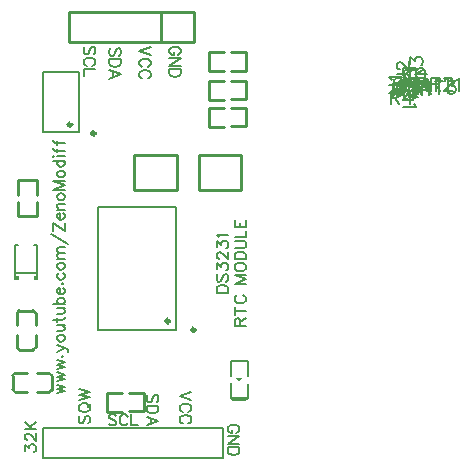
<source format=gto>
G04 Layer: TopSilkLayer*
G04 EasyEDA v6.4.25, 2022-01-11T00:03:50+05:30*
G04 e79d8a0691a342feb3cd135c88b6c30b,bb4acb9064584a23a31515f2769df67a,10*
G04 Gerber Generator version 0.2*
G04 Scale: 100 percent, Rotated: No, Reflected: No *
G04 Dimensions in millimeters *
G04 leading zeros omitted , absolute positions ,4 integer and 5 decimal *
%FSLAX45Y45*%
%MOMM*%

%ADD10C,0.2540*%
%ADD24C,0.1524*%
%ADD25C,0.2032*%
%ADD26C,0.2030*%
%ADD27C,0.1500*%
%ADD28C,0.3000*%

%LPD*%
D25*
X1175512Y4267200D02*
G01*
X1239265Y4285487D01*
X1175512Y4303521D02*
G01*
X1239265Y4285487D01*
X1175512Y4303521D02*
G01*
X1239265Y4321810D01*
X1175512Y4339844D02*
G01*
X1239265Y4321810D01*
X1175512Y4369815D02*
G01*
X1239265Y4388104D01*
X1175512Y4406392D02*
G01*
X1239265Y4388104D01*
X1175512Y4406392D02*
G01*
X1239265Y4424426D01*
X1175512Y4442713D02*
G01*
X1239265Y4424426D01*
X1175512Y4472686D02*
G01*
X1239265Y4490720D01*
X1175512Y4509007D02*
G01*
X1239265Y4490720D01*
X1175512Y4509007D02*
G01*
X1239265Y4527295D01*
X1175512Y4545329D02*
G01*
X1239265Y4527295D01*
X1216405Y4579873D02*
G01*
X1220978Y4575302D01*
X1225550Y4579873D01*
X1220978Y4584445D01*
X1216405Y4579873D01*
X1175512Y4618989D02*
G01*
X1239265Y4646168D01*
X1175512Y4673600D02*
G01*
X1239265Y4646168D01*
X1257300Y4637278D01*
X1266444Y4628134D01*
X1271015Y4618989D01*
X1271015Y4614418D01*
X1175512Y4726178D02*
G01*
X1180084Y4717287D01*
X1189228Y4708144D01*
X1202689Y4703571D01*
X1211834Y4703571D01*
X1225550Y4708144D01*
X1234694Y4717287D01*
X1239265Y4726178D01*
X1239265Y4739894D01*
X1234694Y4749037D01*
X1225550Y4758181D01*
X1211834Y4762754D01*
X1202689Y4762754D01*
X1189228Y4758181D01*
X1180084Y4749037D01*
X1175512Y4739894D01*
X1175512Y4726178D01*
X1175512Y4792726D02*
G01*
X1220978Y4792726D01*
X1234694Y4797297D01*
X1239265Y4806187D01*
X1239265Y4819904D01*
X1234694Y4829047D01*
X1220978Y4842763D01*
X1175512Y4842763D02*
G01*
X1239265Y4842763D01*
X1143762Y4886197D02*
G01*
X1220978Y4886197D01*
X1234694Y4890770D01*
X1239265Y4899913D01*
X1239265Y4909057D01*
X1175512Y4872736D02*
G01*
X1175512Y4904486D01*
X1175512Y4939029D02*
G01*
X1220978Y4939029D01*
X1234694Y4943602D01*
X1239265Y4952745D01*
X1239265Y4966207D01*
X1234694Y4975352D01*
X1220978Y4989068D01*
X1175512Y4989068D02*
G01*
X1239265Y4989068D01*
X1143762Y5019039D02*
G01*
X1239265Y5019039D01*
X1189228Y5019039D02*
G01*
X1180084Y5028184D01*
X1175512Y5037073D01*
X1175512Y5050789D01*
X1180084Y5059934D01*
X1189228Y5069078D01*
X1202689Y5073650D01*
X1211834Y5073650D01*
X1225550Y5069078D01*
X1234694Y5059934D01*
X1239265Y5050789D01*
X1239265Y5037073D01*
X1234694Y5028184D01*
X1225550Y5019039D01*
X1202689Y5103621D02*
G01*
X1202689Y5158231D01*
X1193800Y5158231D01*
X1184655Y5153660D01*
X1180084Y5149087D01*
X1175512Y5139944D01*
X1175512Y5126228D01*
X1180084Y5117084D01*
X1189228Y5108194D01*
X1202689Y5103621D01*
X1211834Y5103621D01*
X1225550Y5108194D01*
X1234694Y5117084D01*
X1239265Y5126228D01*
X1239265Y5139944D01*
X1234694Y5149087D01*
X1225550Y5158231D01*
X1216405Y5192776D02*
G01*
X1220978Y5188204D01*
X1225550Y5192776D01*
X1220978Y5197094D01*
X1216405Y5192776D01*
X1189228Y5281676D02*
G01*
X1180084Y5272531D01*
X1175512Y5263642D01*
X1175512Y5249926D01*
X1180084Y5240781D01*
X1189228Y5231637D01*
X1202689Y5227320D01*
X1211834Y5227320D01*
X1225550Y5231637D01*
X1234694Y5240781D01*
X1239265Y5249926D01*
X1239265Y5263642D01*
X1234694Y5272531D01*
X1225550Y5281676D01*
X1175512Y5334507D02*
G01*
X1180084Y5325363D01*
X1189228Y5316220D01*
X1202689Y5311647D01*
X1211834Y5311647D01*
X1225550Y5316220D01*
X1234694Y5325363D01*
X1239265Y5334507D01*
X1239265Y5348223D01*
X1234694Y5357113D01*
X1225550Y5366257D01*
X1211834Y5370829D01*
X1202689Y5370829D01*
X1189228Y5366257D01*
X1180084Y5357113D01*
X1175512Y5348223D01*
X1175512Y5334507D01*
X1175512Y5400802D02*
G01*
X1239265Y5400802D01*
X1193800Y5400802D02*
G01*
X1180084Y5414518D01*
X1175512Y5423662D01*
X1175512Y5437123D01*
X1180084Y5446268D01*
X1193800Y5450839D01*
X1239265Y5450839D01*
X1193800Y5450839D02*
G01*
X1180084Y5464555D01*
X1175512Y5473445D01*
X1175512Y5487162D01*
X1180084Y5496305D01*
X1193800Y5500878D01*
X1239265Y5500878D01*
X1125473Y5612637D02*
G01*
X1271015Y5530850D01*
X1143762Y5706363D02*
G01*
X1239265Y5642610D01*
X1143762Y5642610D02*
G01*
X1143762Y5706363D01*
X1239265Y5642610D02*
G01*
X1239265Y5706363D01*
X1202689Y5736336D02*
G01*
X1202689Y5790945D01*
X1193800Y5790945D01*
X1184655Y5786373D01*
X1180084Y5781802D01*
X1175512Y5772657D01*
X1175512Y5758942D01*
X1180084Y5750052D01*
X1189228Y5740907D01*
X1202689Y5736336D01*
X1211834Y5736336D01*
X1225550Y5740907D01*
X1234694Y5750052D01*
X1239265Y5758942D01*
X1239265Y5772657D01*
X1234694Y5781802D01*
X1225550Y5790945D01*
X1175512Y5820918D02*
G01*
X1239265Y5820918D01*
X1193800Y5820918D02*
G01*
X1180084Y5834379D01*
X1175512Y5843523D01*
X1175512Y5857239D01*
X1180084Y5866384D01*
X1193800Y5870955D01*
X1239265Y5870955D01*
X1175512Y5923534D02*
G01*
X1180084Y5914389D01*
X1189228Y5905500D01*
X1202689Y5900928D01*
X1211834Y5900928D01*
X1225550Y5905500D01*
X1234694Y5914389D01*
X1239265Y5923534D01*
X1239265Y5937250D01*
X1234694Y5946394D01*
X1225550Y5955284D01*
X1211834Y5959855D01*
X1202689Y5959855D01*
X1189228Y5955284D01*
X1180084Y5946394D01*
X1175512Y5937250D01*
X1175512Y5923534D01*
X1143762Y5989828D02*
G01*
X1239265Y5989828D01*
X1143762Y5989828D02*
G01*
X1239265Y6026404D01*
X1143762Y6062726D02*
G01*
X1239265Y6026404D01*
X1143762Y6062726D02*
G01*
X1239265Y6062726D01*
X1175512Y6115304D02*
G01*
X1180084Y6106413D01*
X1189228Y6097270D01*
X1202689Y6092697D01*
X1211834Y6092697D01*
X1225550Y6097270D01*
X1234694Y6106413D01*
X1239265Y6115304D01*
X1239265Y6129020D01*
X1234694Y6138163D01*
X1225550Y6147307D01*
X1211834Y6151626D01*
X1202689Y6151626D01*
X1189228Y6147307D01*
X1180084Y6138163D01*
X1175512Y6129020D01*
X1175512Y6115304D01*
X1143762Y6236207D02*
G01*
X1239265Y6236207D01*
X1189228Y6236207D02*
G01*
X1180084Y6227318D01*
X1175512Y6218173D01*
X1175512Y6204457D01*
X1180084Y6195313D01*
X1189228Y6186170D01*
X1202689Y6181852D01*
X1211834Y6181852D01*
X1225550Y6186170D01*
X1234694Y6195313D01*
X1239265Y6204457D01*
X1239265Y6218173D01*
X1234694Y6227318D01*
X1225550Y6236207D01*
X1143762Y6266179D02*
G01*
X1148334Y6270752D01*
X1143762Y6275323D01*
X1139189Y6270752D01*
X1143762Y6266179D01*
X1175512Y6270752D02*
G01*
X1239265Y6270752D01*
X1143762Y6341871D02*
G01*
X1143762Y6332728D01*
X1148334Y6323584D01*
X1161795Y6319012D01*
X1239265Y6319012D01*
X1175512Y6305295D02*
G01*
X1175512Y6337300D01*
X1143762Y6408165D02*
G01*
X1143762Y6399021D01*
X1148334Y6389878D01*
X1161795Y6385305D01*
X1239265Y6385305D01*
X1175512Y6371844D02*
G01*
X1175512Y6403594D01*
X2528061Y5118100D02*
G01*
X2623565Y5118100D01*
X2528061Y5118100D02*
G01*
X2528061Y5149850D01*
X2532634Y5163565D01*
X2541524Y5172710D01*
X2550668Y5177281D01*
X2564384Y5181854D01*
X2586990Y5181854D01*
X2600706Y5177281D01*
X2609850Y5172710D01*
X2618993Y5163565D01*
X2623565Y5149850D01*
X2623565Y5118100D01*
X2541524Y5275326D02*
G01*
X2532634Y5266181D01*
X2528061Y5252720D01*
X2528061Y5234431D01*
X2532634Y5220715D01*
X2541524Y5211826D01*
X2550668Y5211826D01*
X2559811Y5216397D01*
X2564384Y5220715D01*
X2568956Y5229860D01*
X2578100Y5257292D01*
X2582418Y5266181D01*
X2586990Y5270754D01*
X2596134Y5275326D01*
X2609850Y5275326D01*
X2618993Y5266181D01*
X2623565Y5252720D01*
X2623565Y5234431D01*
X2618993Y5220715D01*
X2609850Y5211826D01*
X2528061Y5314442D02*
G01*
X2528061Y5364479D01*
X2564384Y5337302D01*
X2564384Y5350763D01*
X2568956Y5359907D01*
X2573527Y5364479D01*
X2586990Y5369052D01*
X2596134Y5369052D01*
X2609850Y5364479D01*
X2618993Y5355336D01*
X2623565Y5341620D01*
X2623565Y5328157D01*
X2618993Y5314442D01*
X2614422Y5309870D01*
X2605277Y5305297D01*
X2550668Y5403595D02*
G01*
X2546095Y5403595D01*
X2537206Y5408168D01*
X2532634Y5412739D01*
X2528061Y5421629D01*
X2528061Y5439918D01*
X2532634Y5449062D01*
X2537206Y5453634D01*
X2546095Y5458205D01*
X2555240Y5458205D01*
X2564384Y5453634D01*
X2578100Y5444489D01*
X2623565Y5399023D01*
X2623565Y5462523D01*
X2528061Y5501639D02*
G01*
X2528061Y5551678D01*
X2564384Y5524500D01*
X2564384Y5538215D01*
X2568956Y5547105D01*
X2573527Y5551678D01*
X2586990Y5556250D01*
X2596134Y5556250D01*
X2609850Y5551678D01*
X2618993Y5542534D01*
X2623565Y5529071D01*
X2623565Y5515355D01*
X2618993Y5501639D01*
X2614422Y5497068D01*
X2605277Y5492750D01*
X2546095Y5586221D02*
G01*
X2541524Y5595365D01*
X2528061Y5609081D01*
X2623565Y5609081D01*
X2680461Y4838700D02*
G01*
X2775965Y4838700D01*
X2680461Y4838700D02*
G01*
X2680461Y4879594D01*
X2685034Y4893310D01*
X2689606Y4897881D01*
X2698495Y4902454D01*
X2707640Y4902454D01*
X2716784Y4897881D01*
X2721356Y4893310D01*
X2725927Y4879594D01*
X2725927Y4838700D01*
X2725927Y4870450D02*
G01*
X2775965Y4902454D01*
X2680461Y4964176D02*
G01*
X2775965Y4964176D01*
X2680461Y4932426D02*
G01*
X2680461Y4995926D01*
X2703068Y5094223D02*
G01*
X2693924Y5089652D01*
X2685034Y5080507D01*
X2680461Y5071363D01*
X2680461Y5053329D01*
X2685034Y5044186D01*
X2693924Y5035042D01*
X2703068Y5030470D01*
X2716784Y5025897D01*
X2739390Y5025897D01*
X2753106Y5030470D01*
X2762250Y5035042D01*
X2771393Y5044186D01*
X2775965Y5053329D01*
X2775965Y5071363D01*
X2771393Y5080507D01*
X2762250Y5089652D01*
X2753106Y5094223D01*
X2680461Y5194045D02*
G01*
X2775965Y5194045D01*
X2680461Y5194045D02*
G01*
X2775965Y5230621D01*
X2680461Y5266944D02*
G01*
X2775965Y5230621D01*
X2680461Y5266944D02*
G01*
X2775965Y5266944D01*
X2680461Y5324094D02*
G01*
X2685034Y5314950D01*
X2693924Y5306060D01*
X2703068Y5301487D01*
X2716784Y5296915D01*
X2739390Y5296915D01*
X2753106Y5301487D01*
X2762250Y5306060D01*
X2771393Y5314950D01*
X2775965Y5324094D01*
X2775965Y5342381D01*
X2771393Y5351526D01*
X2762250Y5360415D01*
X2753106Y5364987D01*
X2739390Y5369560D01*
X2716784Y5369560D01*
X2703068Y5364987D01*
X2693924Y5360415D01*
X2685034Y5351526D01*
X2680461Y5342381D01*
X2680461Y5324094D01*
X2680461Y5399531D02*
G01*
X2775965Y5399531D01*
X2680461Y5399531D02*
G01*
X2680461Y5431536D01*
X2685034Y5444997D01*
X2693924Y5454142D01*
X2703068Y5458713D01*
X2716784Y5463286D01*
X2739390Y5463286D01*
X2753106Y5458713D01*
X2762250Y5454142D01*
X2771393Y5444997D01*
X2775965Y5431536D01*
X2775965Y5399531D01*
X2680461Y5493257D02*
G01*
X2748534Y5493257D01*
X2762250Y5497829D01*
X2771393Y5506973D01*
X2775965Y5520436D01*
X2775965Y5529579D01*
X2771393Y5543295D01*
X2762250Y5552439D01*
X2748534Y5556757D01*
X2680461Y5556757D01*
X2680461Y5586984D02*
G01*
X2775965Y5586984D01*
X2775965Y5586984D02*
G01*
X2775965Y5641339D01*
X2680461Y5671312D02*
G01*
X2775965Y5671312D01*
X2680461Y5671312D02*
G01*
X2680461Y5730494D01*
X2725927Y5671312D02*
G01*
X2725927Y5707887D01*
X2775965Y5671312D02*
G01*
X2775965Y5730494D01*
X1484376Y7137145D02*
G01*
X1493265Y7146289D01*
X1497837Y7160005D01*
X1497837Y7178294D01*
X1493265Y7191755D01*
X1484376Y7200900D01*
X1475231Y7200900D01*
X1466087Y7196328D01*
X1461515Y7191755D01*
X1456944Y7182612D01*
X1447800Y7155434D01*
X1443481Y7146289D01*
X1438910Y7141718D01*
X1429765Y7137145D01*
X1416050Y7137145D01*
X1406905Y7146289D01*
X1402334Y7160005D01*
X1402334Y7178294D01*
X1406905Y7191755D01*
X1416050Y7200900D01*
X1475231Y7039102D02*
G01*
X1484376Y7043673D01*
X1493265Y7052818D01*
X1497837Y7061708D01*
X1497837Y7079995D01*
X1493265Y7089139D01*
X1484376Y7098284D01*
X1475231Y7102602D01*
X1461515Y7107173D01*
X1438910Y7107173D01*
X1425194Y7102602D01*
X1416050Y7098284D01*
X1406905Y7089139D01*
X1402334Y7079995D01*
X1402334Y7061708D01*
X1406905Y7052818D01*
X1416050Y7043673D01*
X1425194Y7039102D01*
X1497837Y7009129D02*
G01*
X1402334Y7009129D01*
X1402334Y7009129D02*
G01*
X1402334Y6954520D01*
X1700276Y7124445D02*
G01*
X1709165Y7133589D01*
X1713737Y7147305D01*
X1713737Y7165594D01*
X1709165Y7179055D01*
X1700276Y7188200D01*
X1691131Y7188200D01*
X1681987Y7183628D01*
X1677415Y7179055D01*
X1672844Y7169912D01*
X1663700Y7142734D01*
X1659381Y7133589D01*
X1654810Y7129018D01*
X1645665Y7124445D01*
X1631950Y7124445D01*
X1622805Y7133589D01*
X1618234Y7147305D01*
X1618234Y7165594D01*
X1622805Y7179055D01*
X1631950Y7188200D01*
X1713737Y7094473D02*
G01*
X1618234Y7094473D01*
X1713737Y7094473D02*
G01*
X1713737Y7062723D01*
X1709165Y7049008D01*
X1700276Y7040118D01*
X1691131Y7035545D01*
X1677415Y7030973D01*
X1654810Y7030973D01*
X1641094Y7035545D01*
X1631950Y7040118D01*
X1622805Y7049008D01*
X1618234Y7062723D01*
X1618234Y7094473D01*
X1713737Y6964679D02*
G01*
X1618234Y7001002D01*
X1713737Y6964679D02*
G01*
X1618234Y6928104D01*
X1650237Y6987286D02*
G01*
X1650237Y6941820D01*
X1967738Y7200900D02*
G01*
X1872234Y7164578D01*
X1967738Y7128255D02*
G01*
X1872234Y7164578D01*
X1945131Y7029958D02*
G01*
X1954275Y7034529D01*
X1963165Y7043673D01*
X1967738Y7052818D01*
X1967738Y7070852D01*
X1963165Y7079995D01*
X1954275Y7089139D01*
X1945131Y7093712D01*
X1931415Y7098284D01*
X1908810Y7098284D01*
X1895094Y7093712D01*
X1885950Y7089139D01*
X1876805Y7079995D01*
X1872234Y7070852D01*
X1872234Y7052818D01*
X1876805Y7043673D01*
X1885950Y7034529D01*
X1895094Y7029958D01*
X1945131Y6931913D02*
G01*
X1954275Y6936231D01*
X1963165Y6945376D01*
X1967738Y6954520D01*
X1967738Y6972808D01*
X1963165Y6981697D01*
X1954275Y6990842D01*
X1945131Y6995413D01*
X1931415Y6999986D01*
X1908810Y6999986D01*
X1895094Y6995413D01*
X1885950Y6990842D01*
X1876805Y6981697D01*
X1872234Y6972808D01*
X1872234Y6954520D01*
X1876805Y6945376D01*
X1885950Y6936231D01*
X1895094Y6931913D01*
X2199131Y7132828D02*
G01*
X2208275Y7137145D01*
X2217165Y7146289D01*
X2221738Y7155434D01*
X2221738Y7173721D01*
X2217165Y7182612D01*
X2208275Y7191755D01*
X2199131Y7196328D01*
X2185415Y7200900D01*
X2162809Y7200900D01*
X2149093Y7196328D01*
X2139950Y7191755D01*
X2130806Y7182612D01*
X2126234Y7173721D01*
X2126234Y7155434D01*
X2130806Y7146289D01*
X2139950Y7137145D01*
X2149093Y7132828D01*
X2162809Y7132828D01*
X2162809Y7155434D02*
G01*
X2162809Y7132828D01*
X2221738Y7102602D02*
G01*
X2126234Y7102602D01*
X2221738Y7102602D02*
G01*
X2126234Y7039102D01*
X2221738Y7039102D02*
G01*
X2126234Y7039102D01*
X2221738Y7009129D02*
G01*
X2126234Y7009129D01*
X2221738Y7009129D02*
G01*
X2221738Y6977379D01*
X2217165Y6963663D01*
X2208275Y6954520D01*
X2199131Y6949947D01*
X2185415Y6945376D01*
X2162809Y6945376D01*
X2149093Y6949947D01*
X2139950Y6954520D01*
X2130806Y6963663D01*
X2126234Y6977379D01*
X2126234Y7009129D01*
X2694431Y3932428D02*
G01*
X2703575Y3936745D01*
X2712465Y3945889D01*
X2717038Y3955034D01*
X2717038Y3973321D01*
X2712465Y3982212D01*
X2703575Y3991355D01*
X2694431Y3995928D01*
X2680715Y4000500D01*
X2658109Y4000500D01*
X2644393Y3995928D01*
X2635250Y3991355D01*
X2626106Y3982212D01*
X2621534Y3973321D01*
X2621534Y3955034D01*
X2626106Y3945889D01*
X2635250Y3936745D01*
X2644393Y3932428D01*
X2658109Y3932428D01*
X2658109Y3955034D02*
G01*
X2658109Y3932428D01*
X2717038Y3902202D02*
G01*
X2621534Y3902202D01*
X2717038Y3902202D02*
G01*
X2621534Y3838702D01*
X2717038Y3838702D02*
G01*
X2621534Y3838702D01*
X2717038Y3808729D02*
G01*
X2621534Y3808729D01*
X2717038Y3808729D02*
G01*
X2717038Y3776979D01*
X2712465Y3763263D01*
X2703575Y3754120D01*
X2694431Y3749547D01*
X2680715Y3744976D01*
X2658109Y3744976D01*
X2644393Y3749547D01*
X2635250Y3754120D01*
X2626106Y3763263D01*
X2621534Y3776979D01*
X2621534Y3808729D01*
X2310638Y4279900D02*
G01*
X2215134Y4243578D01*
X2310638Y4207255D02*
G01*
X2215134Y4243578D01*
X2288031Y4108957D02*
G01*
X2297175Y4113529D01*
X2306065Y4122673D01*
X2310638Y4131818D01*
X2310638Y4149852D01*
X2306065Y4158995D01*
X2297175Y4168139D01*
X2288031Y4172712D01*
X2274315Y4177284D01*
X2251709Y4177284D01*
X2237993Y4172712D01*
X2228850Y4168139D01*
X2219706Y4158995D01*
X2215134Y4149852D01*
X2215134Y4131818D01*
X2219706Y4122673D01*
X2228850Y4113529D01*
X2237993Y4108957D01*
X2288031Y4010913D02*
G01*
X2297175Y4015231D01*
X2306065Y4024376D01*
X2310638Y4033520D01*
X2310638Y4051807D01*
X2306065Y4060697D01*
X2297175Y4069842D01*
X2288031Y4074413D01*
X2274315Y4078986D01*
X2251709Y4078986D01*
X2237993Y4074413D01*
X2228850Y4069842D01*
X2219706Y4060697D01*
X2215134Y4051807D01*
X2215134Y4033520D01*
X2219706Y4024376D01*
X2228850Y4015231D01*
X2237993Y4010913D01*
X2017775Y4190745D02*
G01*
X2026665Y4199889D01*
X2031238Y4213605D01*
X2031238Y4231894D01*
X2026665Y4245355D01*
X2017775Y4254500D01*
X2008631Y4254500D01*
X1999488Y4249928D01*
X1994915Y4245355D01*
X1990343Y4236212D01*
X1981200Y4209034D01*
X1976881Y4199889D01*
X1972309Y4195318D01*
X1963165Y4190745D01*
X1949450Y4190745D01*
X1940306Y4199889D01*
X1935734Y4213605D01*
X1935734Y4231894D01*
X1940306Y4245355D01*
X1949450Y4254500D01*
X2031238Y4160773D02*
G01*
X1935734Y4160773D01*
X2031238Y4160773D02*
G01*
X2031238Y4129023D01*
X2026665Y4115307D01*
X2017775Y4106418D01*
X2008631Y4101845D01*
X1994915Y4097273D01*
X1972309Y4097273D01*
X1958593Y4101845D01*
X1949450Y4106418D01*
X1940306Y4115307D01*
X1935734Y4129023D01*
X1935734Y4160773D01*
X2031238Y4030979D02*
G01*
X1935734Y4067302D01*
X2031238Y4030979D02*
G01*
X1935734Y3994404D01*
X1967738Y4053586D02*
G01*
X1967738Y4008120D01*
X1373123Y4076954D02*
G01*
X1364234Y4067810D01*
X1359662Y4054094D01*
X1359662Y4035805D01*
X1364234Y4022344D01*
X1373123Y4013200D01*
X1382268Y4013200D01*
X1391412Y4017771D01*
X1395984Y4022344D01*
X1400555Y4031487D01*
X1409700Y4058665D01*
X1414018Y4067810D01*
X1418589Y4072381D01*
X1427734Y4076954D01*
X1441450Y4076954D01*
X1450594Y4067810D01*
X1455165Y4054094D01*
X1455165Y4035805D01*
X1450594Y4022344D01*
X1441450Y4013200D01*
X1359662Y4134104D02*
G01*
X1364234Y4124960D01*
X1373123Y4115815D01*
X1382268Y4111497D01*
X1395984Y4106926D01*
X1418589Y4106926D01*
X1432305Y4111497D01*
X1441450Y4115815D01*
X1450594Y4124960D01*
X1455165Y4134104D01*
X1455165Y4152392D01*
X1450594Y4161281D01*
X1441450Y4170426D01*
X1432305Y4174997D01*
X1418589Y4179570D01*
X1395984Y4179570D01*
X1382268Y4174997D01*
X1373123Y4170426D01*
X1364234Y4161281D01*
X1359662Y4152392D01*
X1359662Y4134104D01*
X1436878Y4147820D02*
G01*
X1464055Y4174997D01*
X1359662Y4209542D02*
G01*
X1455165Y4232402D01*
X1359662Y4255007D02*
G01*
X1455165Y4232402D01*
X1359662Y4255007D02*
G01*
X1455165Y4277868D01*
X1359662Y4300473D02*
G01*
X1455165Y4277868D01*
X1676654Y4075176D02*
G01*
X1667510Y4084065D01*
X1653794Y4088637D01*
X1635505Y4088637D01*
X1622044Y4084065D01*
X1612900Y4075176D01*
X1612900Y4066031D01*
X1617471Y4056887D01*
X1622044Y4052315D01*
X1631187Y4047744D01*
X1658365Y4038600D01*
X1667510Y4034281D01*
X1672081Y4029710D01*
X1676654Y4020565D01*
X1676654Y4006850D01*
X1667510Y3997705D01*
X1653794Y3993134D01*
X1635505Y3993134D01*
X1622044Y3997705D01*
X1612900Y4006850D01*
X1774697Y4066031D02*
G01*
X1770126Y4075176D01*
X1760981Y4084065D01*
X1752092Y4088637D01*
X1733804Y4088637D01*
X1724660Y4084065D01*
X1715515Y4075176D01*
X1711197Y4066031D01*
X1706626Y4052315D01*
X1706626Y4029710D01*
X1711197Y4015994D01*
X1715515Y4006850D01*
X1724660Y3997705D01*
X1733804Y3993134D01*
X1752092Y3993134D01*
X1760981Y3997705D01*
X1770126Y4006850D01*
X1774697Y4015994D01*
X1804670Y4088637D02*
G01*
X1804670Y3993134D01*
X1804670Y3993134D02*
G01*
X1859279Y3993134D01*
X902462Y3781044D02*
G01*
X902462Y3831081D01*
X938784Y3803650D01*
X938784Y3817365D01*
X943355Y3826510D01*
X947928Y3831081D01*
X961389Y3835654D01*
X970534Y3835654D01*
X984250Y3831081D01*
X993394Y3821937D01*
X997965Y3808221D01*
X997965Y3794505D01*
X993394Y3781044D01*
X988821Y3776471D01*
X979678Y3771900D01*
X925068Y3870197D02*
G01*
X920495Y3870197D01*
X911605Y3874515D01*
X907034Y3879087D01*
X902462Y3888231D01*
X902462Y3906520D01*
X907034Y3915410D01*
X911605Y3919981D01*
X920495Y3924554D01*
X929639Y3924554D01*
X938784Y3919981D01*
X952500Y3911092D01*
X997965Y3865626D01*
X997965Y3929126D01*
X902462Y3959097D02*
G01*
X997965Y3959097D01*
X902462Y4022852D02*
G01*
X965962Y3959097D01*
X943355Y3981957D02*
G01*
X997965Y4022852D01*
D24*
X4191508Y6932421D02*
G01*
X4201922Y6937755D01*
X4212336Y6948170D01*
X4217415Y6958329D01*
X4217415Y6979158D01*
X4212336Y6989571D01*
X4201922Y6999986D01*
X4191508Y7005320D01*
X4175759Y7010400D01*
X4149852Y7010400D01*
X4134358Y7005320D01*
X4123943Y6999986D01*
X4113529Y6989571D01*
X4108450Y6979158D01*
X4108450Y6958329D01*
X4113529Y6948170D01*
X4123943Y6937755D01*
X4134358Y6932421D01*
X4196588Y6898131D02*
G01*
X4201922Y6887718D01*
X4217415Y6872223D01*
X4108450Y6872223D01*
X4214622Y6933692D02*
G01*
X4219956Y6923278D01*
X4230370Y6912863D01*
X4240529Y6907784D01*
X4261358Y6907784D01*
X4271772Y6912863D01*
X4282186Y6923278D01*
X4287520Y6933692D01*
X4292600Y6949439D01*
X4292600Y6975347D01*
X4287520Y6990842D01*
X4282186Y7001255D01*
X4271772Y7011670D01*
X4261358Y7016750D01*
X4240529Y7016750D01*
X4230370Y7011670D01*
X4219956Y7001255D01*
X4214622Y6990842D01*
X4175252Y6933692D02*
G01*
X4175252Y6928612D01*
X4169918Y6918197D01*
X4164838Y6912863D01*
X4154424Y6907784D01*
X4133595Y6907784D01*
X4123181Y6912863D01*
X4118102Y6918197D01*
X4112768Y6928612D01*
X4112768Y6939026D01*
X4118102Y6949439D01*
X4128515Y6964934D01*
X4180331Y7016750D01*
X4107688Y7016750D01*
X4202684Y6832600D02*
G01*
X4311650Y6832600D01*
X4202684Y6832600D02*
G01*
X4202684Y6868921D01*
X4207763Y6884670D01*
X4218177Y6894829D01*
X4228591Y6900163D01*
X4244340Y6905244D01*
X4270247Y6905244D01*
X4285741Y6900163D01*
X4296156Y6894829D01*
X4306570Y6884670D01*
X4311650Y6868921D01*
X4311650Y6832600D01*
X4223511Y6939534D02*
G01*
X4218177Y6949947D01*
X4202684Y6965695D01*
X4311650Y6965695D01*
X4152900Y6780784D02*
G01*
X4152900Y6889750D01*
X4080256Y6780784D02*
G01*
X4080256Y6889750D01*
X4152900Y6832600D02*
G01*
X4080256Y6832600D01*
X4045965Y6801612D02*
G01*
X4035552Y6796278D01*
X4019804Y6780784D01*
X4019804Y6889750D01*
X4025900Y6897115D02*
G01*
X4025900Y6788150D01*
X4098543Y6897115D02*
G01*
X4098543Y6788150D01*
X4025900Y6845300D02*
G01*
X4098543Y6845300D01*
X4138168Y6871208D02*
G01*
X4138168Y6876287D01*
X4143247Y6886702D01*
X4148581Y6892036D01*
X4158995Y6897115D01*
X4179570Y6897115D01*
X4189984Y6892036D01*
X4195318Y6886702D01*
X4200397Y6876287D01*
X4200397Y6865873D01*
X4195318Y6855460D01*
X4184904Y6839965D01*
X4132834Y6788150D01*
X4205731Y6788150D01*
X4217415Y7023100D02*
G01*
X4108450Y7023100D01*
X4108450Y7023100D02*
G01*
X4108450Y6960870D01*
X4217415Y6926579D02*
G01*
X4108450Y6926579D01*
X4217415Y6926579D02*
G01*
X4217415Y6859015D01*
X4165600Y6926579D02*
G01*
X4165600Y6884923D01*
X4108450Y6926579D02*
G01*
X4108450Y6859015D01*
X4217415Y6824726D02*
G01*
X4108450Y6824726D01*
X4217415Y6824726D02*
G01*
X4217415Y6788150D01*
X4212336Y6772655D01*
X4201922Y6762242D01*
X4191508Y6757162D01*
X4175759Y6751828D01*
X4149852Y6751828D01*
X4134358Y6757162D01*
X4123943Y6762242D01*
X4113529Y6772655D01*
X4108450Y6788150D01*
X4108450Y6824726D01*
X4196588Y6717537D02*
G01*
X4201922Y6707123D01*
X4217415Y6691629D01*
X4108450Y6691629D01*
X4191000Y6897115D02*
G01*
X4191000Y6788150D01*
X4191000Y6897115D02*
G01*
X4237736Y6897115D01*
X4253229Y6892036D01*
X4258563Y6886702D01*
X4263643Y6876287D01*
X4263643Y6865873D01*
X4258563Y6855460D01*
X4253229Y6850379D01*
X4237736Y6845300D01*
X4191000Y6845300D01*
X4227322Y6845300D02*
G01*
X4263643Y6788150D01*
X4297934Y6876287D02*
G01*
X4308347Y6881621D01*
X4324095Y6897115D01*
X4324095Y6788150D01*
X4051300Y6884415D02*
G01*
X4051300Y6775450D01*
X4051300Y6884415D02*
G01*
X4098036Y6884415D01*
X4113529Y6879336D01*
X4118863Y6874002D01*
X4123943Y6863587D01*
X4123943Y6853173D01*
X4118863Y6842760D01*
X4113529Y6837679D01*
X4098036Y6832600D01*
X4051300Y6832600D01*
X4087622Y6832600D02*
G01*
X4123943Y6775450D01*
X4163568Y6858508D02*
G01*
X4163568Y6863587D01*
X4168647Y6874002D01*
X4173981Y6879336D01*
X4184395Y6884415D01*
X4204970Y6884415D01*
X4215384Y6879336D01*
X4220718Y6874002D01*
X4225797Y6863587D01*
X4225797Y6853173D01*
X4220718Y6842760D01*
X4210304Y6827265D01*
X4158234Y6775450D01*
X4231131Y6775450D01*
X4164584Y6934200D02*
G01*
X4273550Y6934200D01*
X4164584Y6934200D02*
G01*
X4164584Y6980936D01*
X4169663Y6996429D01*
X4174997Y7001763D01*
X4185411Y7006844D01*
X4195825Y7006844D01*
X4206240Y7001763D01*
X4211320Y6996429D01*
X4216400Y6980936D01*
X4216400Y6934200D01*
X4216400Y6970521D02*
G01*
X4273550Y7006844D01*
X4164584Y7051547D02*
G01*
X4164584Y7108697D01*
X4206240Y7077710D01*
X4206240Y7093204D01*
X4211320Y7103618D01*
X4216400Y7108697D01*
X4232147Y7114031D01*
X4242561Y7114031D01*
X4258056Y7108697D01*
X4268470Y7098284D01*
X4273550Y7082789D01*
X4273550Y7067295D01*
X4268470Y7051547D01*
X4263390Y7046468D01*
X4252975Y7041134D01*
X4000500Y6820915D02*
G01*
X4000500Y6711950D01*
X4000500Y6820915D02*
G01*
X4047236Y6820915D01*
X4062729Y6815836D01*
X4068063Y6810502D01*
X4073143Y6800087D01*
X4073143Y6789673D01*
X4068063Y6779260D01*
X4062729Y6774179D01*
X4047236Y6769100D01*
X4000500Y6769100D01*
X4036822Y6769100D02*
G01*
X4073143Y6711950D01*
X4159504Y6820915D02*
G01*
X4107434Y6748271D01*
X4185411Y6748271D01*
X4159504Y6820915D02*
G01*
X4159504Y6711950D01*
X4200143Y6919721D02*
G01*
X4189729Y6930136D01*
X4174236Y6935215D01*
X4153408Y6935215D01*
X4137913Y6930136D01*
X4127500Y6919721D01*
X4127500Y6909308D01*
X4132579Y6898894D01*
X4137913Y6893560D01*
X4148327Y6888479D01*
X4179570Y6878065D01*
X4189729Y6872986D01*
X4195063Y6867652D01*
X4200143Y6857237D01*
X4200143Y6841744D01*
X4189729Y6831329D01*
X4174236Y6826250D01*
X4153408Y6826250D01*
X4137913Y6831329D01*
X4127500Y6841744D01*
X4234434Y6935215D02*
G01*
X4234434Y6826250D01*
X4307331Y6935215D02*
G01*
X4307331Y6826250D01*
X4234434Y6883400D02*
G01*
X4307331Y6883400D01*
X4341622Y6935215D02*
G01*
X4341622Y6826250D01*
X4341622Y6935215D02*
G01*
X4388358Y6935215D01*
X4403852Y6930136D01*
X4409186Y6924802D01*
X4414265Y6914387D01*
X4414265Y6903973D01*
X4409186Y6893560D01*
X4403852Y6888479D01*
X4388358Y6883400D01*
X4341622Y6883400D01*
X4377943Y6883400D02*
G01*
X4414265Y6826250D01*
X4484877Y6935215D02*
G01*
X4484877Y6826250D01*
X4448556Y6935215D02*
G01*
X4521200Y6935215D01*
X4555490Y6914387D02*
G01*
X4565904Y6919721D01*
X4581652Y6935215D01*
X4581652Y6826250D01*
X4098543Y6919721D02*
G01*
X4088129Y6930136D01*
X4072636Y6935215D01*
X4051808Y6935215D01*
X4036313Y6930136D01*
X4025900Y6919721D01*
X4025900Y6909308D01*
X4030979Y6898894D01*
X4036313Y6893560D01*
X4046727Y6888479D01*
X4077970Y6878065D01*
X4088129Y6872986D01*
X4093463Y6867652D01*
X4098543Y6857237D01*
X4098543Y6841744D01*
X4088129Y6831329D01*
X4072636Y6826250D01*
X4051808Y6826250D01*
X4036313Y6831329D01*
X4025900Y6841744D01*
X4132834Y6935215D02*
G01*
X4132834Y6826250D01*
X4205731Y6935215D02*
G01*
X4205731Y6826250D01*
X4132834Y6883400D02*
G01*
X4205731Y6883400D01*
X4240022Y6935215D02*
G01*
X4240022Y6826250D01*
X4240022Y6935215D02*
G01*
X4286758Y6935215D01*
X4302252Y6930136D01*
X4307586Y6924802D01*
X4312665Y6914387D01*
X4312665Y6903973D01*
X4307586Y6893560D01*
X4302252Y6888479D01*
X4286758Y6883400D01*
X4240022Y6883400D01*
X4276343Y6883400D02*
G01*
X4312665Y6826250D01*
X4383277Y6935215D02*
G01*
X4383277Y6826250D01*
X4346956Y6935215D02*
G01*
X4419600Y6935215D01*
X4459224Y6909308D02*
G01*
X4459224Y6914387D01*
X4464304Y6924802D01*
X4469638Y6930136D01*
X4480052Y6935215D01*
X4500879Y6935215D01*
X4511040Y6930136D01*
X4516374Y6924802D01*
X4521454Y6914387D01*
X4521454Y6903973D01*
X4516374Y6893560D01*
X4505959Y6878065D01*
X4453890Y6826250D01*
X4526788Y6826250D01*
X4123943Y6894321D02*
G01*
X4113529Y6904736D01*
X4098036Y6909815D01*
X4077208Y6909815D01*
X4061713Y6904736D01*
X4051300Y6894321D01*
X4051300Y6883908D01*
X4056379Y6873494D01*
X4061713Y6868160D01*
X4072127Y6863079D01*
X4103370Y6852665D01*
X4113529Y6847586D01*
X4118863Y6842252D01*
X4123943Y6831837D01*
X4123943Y6816344D01*
X4113529Y6805929D01*
X4098036Y6800850D01*
X4077208Y6800850D01*
X4061713Y6805929D01*
X4051300Y6816344D01*
X4158234Y6909815D02*
G01*
X4158234Y6800850D01*
X4231131Y6909815D02*
G01*
X4231131Y6800850D01*
X4158234Y6858000D02*
G01*
X4231131Y6858000D01*
X4265422Y6909815D02*
G01*
X4265422Y6800850D01*
X4265422Y6909815D02*
G01*
X4312158Y6909815D01*
X4327652Y6904736D01*
X4332986Y6899402D01*
X4338065Y6888987D01*
X4338065Y6878573D01*
X4332986Y6868160D01*
X4327652Y6863079D01*
X4312158Y6858000D01*
X4265422Y6858000D01*
X4301743Y6858000D02*
G01*
X4338065Y6800850D01*
X4408677Y6909815D02*
G01*
X4408677Y6800850D01*
X4372356Y6909815D02*
G01*
X4445000Y6909815D01*
X4489704Y6909815D02*
G01*
X4546854Y6909815D01*
X4515865Y6868160D01*
X4531359Y6868160D01*
X4541774Y6863079D01*
X4546854Y6858000D01*
X4552188Y6842252D01*
X4552188Y6831837D01*
X4546854Y6816344D01*
X4536440Y6805929D01*
X4520945Y6800850D01*
X4505452Y6800850D01*
X4489704Y6805929D01*
X4484624Y6811010D01*
X4479290Y6821423D01*
X3986784Y6807200D02*
G01*
X4064761Y6807200D01*
X4080256Y6812279D01*
X4090670Y6822694D01*
X4095750Y6838442D01*
X4095750Y6848855D01*
X4090670Y6864350D01*
X4080256Y6874763D01*
X4064761Y6879844D01*
X3986784Y6879844D01*
X4007611Y6914134D02*
G01*
X4002277Y6924547D01*
X3986784Y6940295D01*
X4095750Y6940295D01*
X4050284Y6896100D02*
G01*
X4128261Y6896100D01*
X4143756Y6901179D01*
X4154170Y6911594D01*
X4159250Y6927342D01*
X4159250Y6937755D01*
X4154170Y6953250D01*
X4143756Y6963663D01*
X4128261Y6968744D01*
X4050284Y6968744D01*
X4076191Y7008368D02*
G01*
X4071111Y7008368D01*
X4060697Y7013447D01*
X4055363Y7018781D01*
X4050284Y7029195D01*
X4050284Y7049770D01*
X4055363Y7060184D01*
X4060697Y7065518D01*
X4071111Y7070597D01*
X4081525Y7070597D01*
X4091940Y7065518D01*
X4107434Y7055104D01*
X4159250Y7003034D01*
X4159250Y7075931D01*
G36*
X814171Y5254802D02*
G01*
X814171Y5224322D01*
X851153Y5224322D01*
X851153Y5254802D01*
G37*
G36*
X977646Y5254802D02*
G01*
X977646Y5224322D01*
X1014628Y5224322D01*
X1014628Y5254802D01*
G37*
G36*
X2681782Y4393488D02*
G01*
X2717800Y4367530D01*
X2753817Y4392523D01*
G37*
D10*
X974402Y4635599D02*
G01*
X854400Y4635599D01*
X994402Y4840597D02*
G01*
X994402Y4940599D01*
X834397Y4840597D02*
G01*
X834397Y4940599D01*
X994402Y4760589D02*
G01*
X994402Y4660600D01*
X834397Y4760589D02*
G01*
X834397Y4660600D01*
X974402Y4965600D02*
G01*
X854400Y4965600D01*
X994402Y4945600D02*
G01*
X994402Y4940599D01*
X834397Y4945598D02*
G01*
X834397Y4940599D01*
X994402Y4655599D02*
G01*
X994402Y4660600D01*
X834397Y4655601D02*
G01*
X834397Y4660600D01*
X800199Y4296097D02*
G01*
X800199Y4416099D01*
X1005197Y4276097D02*
G01*
X1105199Y4276097D01*
X1005197Y4436102D02*
G01*
X1105199Y4436102D01*
X925189Y4276097D02*
G01*
X825200Y4276097D01*
X925189Y4436102D02*
G01*
X825200Y4436102D01*
X1130200Y4296097D02*
G01*
X1130200Y4416099D01*
X1110200Y4276097D02*
G01*
X1105199Y4276097D01*
X1110198Y4436102D02*
G01*
X1105199Y4436102D01*
X820199Y4276097D02*
G01*
X825200Y4276097D01*
X820201Y4436102D02*
G01*
X825200Y4436102D01*
D24*
X821778Y5247180D02*
G01*
X821778Y5522419D01*
X821778Y5522419D02*
G01*
X846079Y5522419D01*
X1007021Y5247180D02*
G01*
X1007021Y5522419D01*
X1007021Y5522419D02*
G01*
X982720Y5522419D01*
X821778Y5288119D02*
G01*
X1007021Y5288119D01*
D10*
X1274399Y7239000D02*
G01*
X1274399Y7493000D01*
X2332400Y7239000D02*
G01*
X1274399Y7239000D01*
X2055047Y7239000D02*
G01*
X2055047Y7493000D01*
X2332400Y7493000D02*
G01*
X1274399Y7493000D01*
X2332400Y7239000D02*
G01*
X2332400Y7493000D01*
D25*
X1244600Y3975100D02*
G01*
X1054100Y3975100D01*
X1054100Y3721100D01*
X2578100Y3721100D01*
X2578100Y3975100D01*
D26*
X2578100Y3975100D02*
G01*
X1244600Y3975100D01*
D27*
X2790799Y4344499D02*
G01*
X2790799Y4229501D01*
X2645801Y4229501D01*
X2645801Y4349501D01*
X2644800Y4411499D02*
G01*
X2644800Y4535500D01*
X2789798Y4535500D01*
X2789798Y4411499D01*
X2790799Y4229501D02*
G01*
X2790799Y4226499D01*
X2770799Y4206499D01*
X2668800Y4206499D01*
X2665801Y4209501D01*
X2645801Y4229501D01*
D10*
X1828800Y6286500D02*
G01*
X2188799Y6286500D01*
X2188799Y5986500D01*
X1828800Y5986500D01*
X1828800Y6286500D01*
X2374900Y6286500D02*
G01*
X2734899Y6286500D01*
X2734899Y5986500D01*
X2374900Y5986500D01*
X2374900Y6286500D01*
X847097Y5763204D02*
G01*
X1007102Y5763204D01*
X1006591Y5948265D02*
G01*
X1006591Y6073261D01*
X846587Y5948265D02*
G01*
X846587Y6073261D01*
X1007102Y5888207D02*
G01*
X1007102Y5763204D01*
X847097Y5888207D02*
G01*
X847097Y5763204D01*
X846587Y6073261D02*
G01*
X1006591Y6073261D01*
X1597604Y4271002D02*
G01*
X1597604Y4110997D01*
X1782665Y4111508D02*
G01*
X1907661Y4111508D01*
X1782665Y4271512D02*
G01*
X1907661Y4271512D01*
X1722607Y4110997D02*
G01*
X1597604Y4110997D01*
X1722607Y4271002D02*
G01*
X1597604Y4271002D01*
X1907661Y4271512D02*
G01*
X1907661Y4111508D01*
X2771195Y6993897D02*
G01*
X2771195Y7153902D01*
X2586134Y7153391D02*
G01*
X2461138Y7153391D01*
X2586134Y6993387D02*
G01*
X2461138Y6993387D01*
X2646192Y7153902D02*
G01*
X2771195Y7153902D01*
X2646192Y6993897D02*
G01*
X2771195Y6993897D01*
X2461138Y6993387D02*
G01*
X2461138Y7153391D01*
X2461204Y6912602D02*
G01*
X2461204Y6752597D01*
X2646265Y6753108D02*
G01*
X2771261Y6753108D01*
X2646265Y6913112D02*
G01*
X2771261Y6913112D01*
X2586207Y6752597D02*
G01*
X2461204Y6752597D01*
X2586207Y6912602D02*
G01*
X2461204Y6912602D01*
X2771261Y6913112D02*
G01*
X2771261Y6753108D01*
X2461204Y6684002D02*
G01*
X2461204Y6523997D01*
X2646265Y6524508D02*
G01*
X2771261Y6524508D01*
X2646265Y6684512D02*
G01*
X2771261Y6684512D01*
X2586207Y6523997D02*
G01*
X2461204Y6523997D01*
X2586207Y6684002D02*
G01*
X2461204Y6684002D01*
X2771261Y6684512D02*
G01*
X2771261Y6524508D01*
D24*
X2186340Y4798679D02*
G01*
X1522059Y4798679D01*
X1522059Y5843920D01*
X2186340Y5843920D01*
X2186340Y4798679D01*
X1358640Y6478379D02*
G01*
X1054359Y6478379D01*
X1054359Y6983620D01*
X1358640Y6983620D01*
X1358640Y6478379D01*
D10*
G75*
G01*
X974402Y4965601D02*
G02*
X994402Y4945601I0J-20000D01*
G75*
G01*
X854400Y4965601D02*
G03*
X834398Y4945598I0J-20003D01*
G75*
G01*
X974402Y4635599D02*
G03*
X994402Y4655599I0J20000D01*
G75*
G01*
X854400Y4635599D02*
G02*
X834398Y4655602I0J20003D01*
G75*
G01*
X1130201Y4296098D02*
G02*
X1110201Y4276098I-20000J0D01*
G75*
G01*
X1130201Y4416100D02*
G03*
X1110198Y4436102I-20003J0D01*
G75*
G01*
X800199Y4296098D02*
G03*
X820199Y4276098I20000J0D01*
G75*
G01*
X800199Y4416100D02*
G02*
X820202Y4436102I20003J0D01*
D28*
G75*
G01
X2126107Y4876800D02*
G03X2126107Y4876800I-15011J0D01*
G75*
G01
X2344242Y4802861D02*
G03X2344242Y4802861I-15011J0D01*
G75*
G01
X1298423Y6540500D02*
G03X1298423Y6540500I-15011J0D01*
G75*
G01
X1498295Y6466561D02*
G03X1498295Y6466561I-15011J0D01*
M02*

</source>
